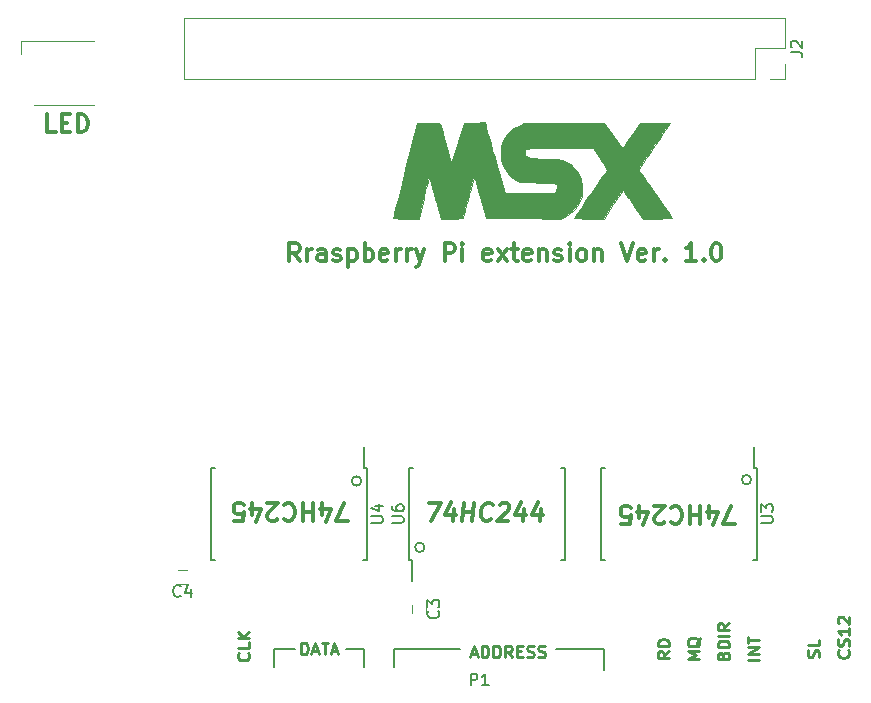
<source format=gbr>
G04 #@! TF.FileFunction,Legend,Top*
%FSLAX46Y46*%
G04 Gerber Fmt 4.6, Leading zero omitted, Abs format (unit mm)*
G04 Created by KiCad (PCBNEW 4.0.7) date 03/28/18 23:50:47*
%MOMM*%
%LPD*%
G01*
G04 APERTURE LIST*
%ADD10C,0.100000*%
%ADD11C,0.200000*%
%ADD12C,0.300000*%
%ADD13C,0.375000*%
%ADD14C,0.250000*%
%ADD15C,0.120000*%
%ADD16C,0.010000*%
%ADD17C,0.150000*%
G04 APERTURE END LIST*
D10*
D11*
X152446009Y-95783400D02*
G75*
G03X152446009Y-95783400I-401609J0D01*
G01*
D12*
X121209715Y-60622571D02*
X120495429Y-60622571D01*
X120495429Y-59122571D01*
X121709715Y-59836857D02*
X122209715Y-59836857D01*
X122424001Y-60622571D02*
X121709715Y-60622571D01*
X121709715Y-59122571D01*
X122424001Y-59122571D01*
X123066858Y-60622571D02*
X123066858Y-59122571D01*
X123424001Y-59122571D01*
X123638286Y-59194000D01*
X123781144Y-59336857D01*
X123852572Y-59479714D01*
X123924001Y-59765429D01*
X123924001Y-59979714D01*
X123852572Y-60265429D01*
X123781144Y-60408286D01*
X123638286Y-60551143D01*
X123424001Y-60622571D01*
X123066858Y-60622571D01*
D13*
X152816823Y-92040971D02*
X153816823Y-92040971D01*
X152986466Y-93540971D01*
X154968608Y-92540971D02*
X154843608Y-93540971D01*
X154682893Y-91969543D02*
X154191822Y-93040971D01*
X155120394Y-93040971D01*
X155629322Y-93540971D02*
X155816822Y-92040971D01*
X155727536Y-92755257D02*
X156584679Y-92755257D01*
X156486465Y-93540971D02*
X156673965Y-92040971D01*
X158075751Y-93398114D02*
X157995393Y-93469543D01*
X157772179Y-93540971D01*
X157629322Y-93540971D01*
X157423965Y-93469543D01*
X157298964Y-93326686D01*
X157245393Y-93183829D01*
X157209679Y-92898114D01*
X157236464Y-92683829D01*
X157343608Y-92398114D01*
X157432893Y-92255257D01*
X157593608Y-92112400D01*
X157816822Y-92040971D01*
X157959679Y-92040971D01*
X158165036Y-92112400D01*
X158227536Y-92183829D01*
X158798964Y-92183829D02*
X158879322Y-92112400D01*
X159031108Y-92040971D01*
X159388251Y-92040971D01*
X159522179Y-92112400D01*
X159584679Y-92183829D01*
X159638250Y-92326686D01*
X159620393Y-92469543D01*
X159522179Y-92683829D01*
X158557894Y-93540971D01*
X159486465Y-93540971D01*
X160897179Y-92540971D02*
X160772179Y-93540971D01*
X160611464Y-91969543D02*
X160120393Y-93040971D01*
X161048965Y-93040971D01*
X162325750Y-92540971D02*
X162200750Y-93540971D01*
X162040035Y-91969543D02*
X161548964Y-93040971D01*
X162477536Y-93040971D01*
D11*
X147086609Y-90170000D02*
G75*
G03X147086609Y-90170000I-401609J0D01*
G01*
D12*
X145989856Y-93531429D02*
X144989856Y-93531429D01*
X145632713Y-92031429D01*
X143775571Y-93031429D02*
X143775571Y-92031429D01*
X144132714Y-93602857D02*
X144489857Y-92531429D01*
X143561285Y-92531429D01*
X142989857Y-92031429D02*
X142989857Y-93531429D01*
X142989857Y-92817143D02*
X142132714Y-92817143D01*
X142132714Y-92031429D02*
X142132714Y-93531429D01*
X140561285Y-92174286D02*
X140632714Y-92102857D01*
X140847000Y-92031429D01*
X140989857Y-92031429D01*
X141204142Y-92102857D01*
X141347000Y-92245714D01*
X141418428Y-92388571D01*
X141489857Y-92674286D01*
X141489857Y-92888571D01*
X141418428Y-93174286D01*
X141347000Y-93317143D01*
X141204142Y-93460000D01*
X140989857Y-93531429D01*
X140847000Y-93531429D01*
X140632714Y-93460000D01*
X140561285Y-93388571D01*
X139989857Y-93388571D02*
X139918428Y-93460000D01*
X139775571Y-93531429D01*
X139418428Y-93531429D01*
X139275571Y-93460000D01*
X139204142Y-93388571D01*
X139132714Y-93245714D01*
X139132714Y-93102857D01*
X139204142Y-92888571D01*
X140061285Y-92031429D01*
X139132714Y-92031429D01*
X137847000Y-93031429D02*
X137847000Y-92031429D01*
X138204143Y-93602857D02*
X138561286Y-92531429D01*
X137632714Y-92531429D01*
X136347000Y-93531429D02*
X137061286Y-93531429D01*
X137132715Y-92817143D01*
X137061286Y-92888571D01*
X136918429Y-92960000D01*
X136561286Y-92960000D01*
X136418429Y-92888571D01*
X136347000Y-92817143D01*
X136275572Y-92674286D01*
X136275572Y-92317143D01*
X136347000Y-92174286D01*
X136418429Y-92102857D01*
X136561286Y-92031429D01*
X136918429Y-92031429D01*
X137061286Y-92102857D01*
X137132715Y-92174286D01*
D11*
X180106609Y-90043000D02*
G75*
G03X180106609Y-90043000I-401609J0D01*
G01*
X167640000Y-104394000D02*
X163576000Y-104394000D01*
X167640000Y-106172000D02*
X167640000Y-104394000D01*
D12*
X178755856Y-93785429D02*
X177755856Y-93785429D01*
X178398713Y-92285429D01*
X176541571Y-93285429D02*
X176541571Y-92285429D01*
X176898714Y-93856857D02*
X177255857Y-92785429D01*
X176327285Y-92785429D01*
X175755857Y-92285429D02*
X175755857Y-93785429D01*
X175755857Y-93071143D02*
X174898714Y-93071143D01*
X174898714Y-92285429D02*
X174898714Y-93785429D01*
X173327285Y-92428286D02*
X173398714Y-92356857D01*
X173613000Y-92285429D01*
X173755857Y-92285429D01*
X173970142Y-92356857D01*
X174113000Y-92499714D01*
X174184428Y-92642571D01*
X174255857Y-92928286D01*
X174255857Y-93142571D01*
X174184428Y-93428286D01*
X174113000Y-93571143D01*
X173970142Y-93714000D01*
X173755857Y-93785429D01*
X173613000Y-93785429D01*
X173398714Y-93714000D01*
X173327285Y-93642571D01*
X172755857Y-93642571D02*
X172684428Y-93714000D01*
X172541571Y-93785429D01*
X172184428Y-93785429D01*
X172041571Y-93714000D01*
X171970142Y-93642571D01*
X171898714Y-93499714D01*
X171898714Y-93356857D01*
X171970142Y-93142571D01*
X172827285Y-92285429D01*
X171898714Y-92285429D01*
X170613000Y-93285429D02*
X170613000Y-92285429D01*
X170970143Y-93856857D02*
X171327286Y-92785429D01*
X170398714Y-92785429D01*
X169113000Y-93785429D02*
X169827286Y-93785429D01*
X169898715Y-93071143D01*
X169827286Y-93142571D01*
X169684429Y-93214000D01*
X169327286Y-93214000D01*
X169184429Y-93142571D01*
X169113000Y-93071143D01*
X169041572Y-92928286D01*
X169041572Y-92571143D01*
X169113000Y-92428286D01*
X169184429Y-92356857D01*
X169327286Y-92285429D01*
X169684429Y-92285429D01*
X169827286Y-92356857D01*
X169898715Y-92428286D01*
D14*
X137517143Y-104735238D02*
X137564762Y-104782857D01*
X137612381Y-104925714D01*
X137612381Y-105020952D01*
X137564762Y-105163810D01*
X137469524Y-105259048D01*
X137374286Y-105306667D01*
X137183810Y-105354286D01*
X137040952Y-105354286D01*
X136850476Y-105306667D01*
X136755238Y-105259048D01*
X136660000Y-105163810D01*
X136612381Y-105020952D01*
X136612381Y-104925714D01*
X136660000Y-104782857D01*
X136707619Y-104735238D01*
X137612381Y-103830476D02*
X137612381Y-104306667D01*
X136612381Y-104306667D01*
X137612381Y-103497143D02*
X136612381Y-103497143D01*
X137612381Y-102925714D02*
X137040952Y-103354286D01*
X136612381Y-102925714D02*
X137183810Y-103497143D01*
X188317143Y-104497047D02*
X188364762Y-104544666D01*
X188412381Y-104687523D01*
X188412381Y-104782761D01*
X188364762Y-104925619D01*
X188269524Y-105020857D01*
X188174286Y-105068476D01*
X187983810Y-105116095D01*
X187840952Y-105116095D01*
X187650476Y-105068476D01*
X187555238Y-105020857D01*
X187460000Y-104925619D01*
X187412381Y-104782761D01*
X187412381Y-104687523D01*
X187460000Y-104544666D01*
X187507619Y-104497047D01*
X188364762Y-104116095D02*
X188412381Y-103973238D01*
X188412381Y-103735142D01*
X188364762Y-103639904D01*
X188317143Y-103592285D01*
X188221905Y-103544666D01*
X188126667Y-103544666D01*
X188031429Y-103592285D01*
X187983810Y-103639904D01*
X187936190Y-103735142D01*
X187888571Y-103925619D01*
X187840952Y-104020857D01*
X187793333Y-104068476D01*
X187698095Y-104116095D01*
X187602857Y-104116095D01*
X187507619Y-104068476D01*
X187460000Y-104020857D01*
X187412381Y-103925619D01*
X187412381Y-103687523D01*
X187460000Y-103544666D01*
X188412381Y-102592285D02*
X188412381Y-103163714D01*
X188412381Y-102878000D02*
X187412381Y-102878000D01*
X187555238Y-102973238D01*
X187650476Y-103068476D01*
X187698095Y-103163714D01*
X187507619Y-102211333D02*
X187460000Y-102163714D01*
X187412381Y-102068476D01*
X187412381Y-101830380D01*
X187460000Y-101735142D01*
X187507619Y-101687523D01*
X187602857Y-101639904D01*
X187698095Y-101639904D01*
X187840952Y-101687523D01*
X188412381Y-102258952D01*
X188412381Y-101639904D01*
D11*
X166878000Y-104394000D02*
X163576000Y-104394000D01*
X152146000Y-104394000D02*
X155448000Y-104394000D01*
D14*
X142010000Y-104846381D02*
X142010000Y-103846381D01*
X142248095Y-103846381D01*
X142390953Y-103894000D01*
X142486191Y-103989238D01*
X142533810Y-104084476D01*
X142581429Y-104274952D01*
X142581429Y-104417810D01*
X142533810Y-104608286D01*
X142486191Y-104703524D01*
X142390953Y-104798762D01*
X142248095Y-104846381D01*
X142010000Y-104846381D01*
X142962381Y-104560667D02*
X143438572Y-104560667D01*
X142867143Y-104846381D02*
X143200476Y-103846381D01*
X143533810Y-104846381D01*
X143724286Y-103846381D02*
X144295715Y-103846381D01*
X144010000Y-104846381D02*
X144010000Y-103846381D01*
X144581429Y-104560667D02*
X145057620Y-104560667D01*
X144486191Y-104846381D02*
X144819524Y-103846381D01*
X145152858Y-104846381D01*
D11*
X139700000Y-104394000D02*
X141478000Y-104394000D01*
X139700000Y-105918000D02*
X139700000Y-104394000D01*
X147320000Y-104394000D02*
X145796000Y-104394000D01*
X147320000Y-105918000D02*
X147320000Y-104394000D01*
X149860000Y-104394000D02*
X152146000Y-104394000D01*
X149860000Y-105918000D02*
X149860000Y-104394000D01*
D14*
X156369143Y-104814667D02*
X156845334Y-104814667D01*
X156273905Y-105100381D02*
X156607238Y-104100381D01*
X156940572Y-105100381D01*
X157273905Y-105100381D02*
X157273905Y-104100381D01*
X157512000Y-104100381D01*
X157654858Y-104148000D01*
X157750096Y-104243238D01*
X157797715Y-104338476D01*
X157845334Y-104528952D01*
X157845334Y-104671810D01*
X157797715Y-104862286D01*
X157750096Y-104957524D01*
X157654858Y-105052762D01*
X157512000Y-105100381D01*
X157273905Y-105100381D01*
X158273905Y-105100381D02*
X158273905Y-104100381D01*
X158512000Y-104100381D01*
X158654858Y-104148000D01*
X158750096Y-104243238D01*
X158797715Y-104338476D01*
X158845334Y-104528952D01*
X158845334Y-104671810D01*
X158797715Y-104862286D01*
X158750096Y-104957524D01*
X158654858Y-105052762D01*
X158512000Y-105100381D01*
X158273905Y-105100381D01*
X159845334Y-105100381D02*
X159512000Y-104624190D01*
X159273905Y-105100381D02*
X159273905Y-104100381D01*
X159654858Y-104100381D01*
X159750096Y-104148000D01*
X159797715Y-104195619D01*
X159845334Y-104290857D01*
X159845334Y-104433714D01*
X159797715Y-104528952D01*
X159750096Y-104576571D01*
X159654858Y-104624190D01*
X159273905Y-104624190D01*
X160273905Y-104576571D02*
X160607239Y-104576571D01*
X160750096Y-105100381D02*
X160273905Y-105100381D01*
X160273905Y-104100381D01*
X160750096Y-104100381D01*
X161131048Y-105052762D02*
X161273905Y-105100381D01*
X161512001Y-105100381D01*
X161607239Y-105052762D01*
X161654858Y-105005143D01*
X161702477Y-104909905D01*
X161702477Y-104814667D01*
X161654858Y-104719429D01*
X161607239Y-104671810D01*
X161512001Y-104624190D01*
X161321524Y-104576571D01*
X161226286Y-104528952D01*
X161178667Y-104481333D01*
X161131048Y-104386095D01*
X161131048Y-104290857D01*
X161178667Y-104195619D01*
X161226286Y-104148000D01*
X161321524Y-104100381D01*
X161559620Y-104100381D01*
X161702477Y-104148000D01*
X162083429Y-105052762D02*
X162226286Y-105100381D01*
X162464382Y-105100381D01*
X162559620Y-105052762D01*
X162607239Y-105005143D01*
X162654858Y-104909905D01*
X162654858Y-104814667D01*
X162607239Y-104719429D01*
X162559620Y-104671810D01*
X162464382Y-104624190D01*
X162273905Y-104576571D01*
X162178667Y-104528952D01*
X162131048Y-104481333D01*
X162083429Y-104386095D01*
X162083429Y-104290857D01*
X162131048Y-104195619D01*
X162178667Y-104148000D01*
X162273905Y-104100381D01*
X162512001Y-104100381D01*
X162654858Y-104148000D01*
X180792381Y-105298762D02*
X179792381Y-105298762D01*
X180792381Y-104822572D02*
X179792381Y-104822572D01*
X180792381Y-104251143D01*
X179792381Y-104251143D01*
X179792381Y-103917810D02*
X179792381Y-103346381D01*
X180792381Y-103632096D02*
X179792381Y-103632096D01*
X175712381Y-105251143D02*
X174712381Y-105251143D01*
X175426667Y-104917809D01*
X174712381Y-104584476D01*
X175712381Y-104584476D01*
X175807619Y-103441619D02*
X175760000Y-103536857D01*
X175664762Y-103632095D01*
X175521905Y-103774952D01*
X175474286Y-103870191D01*
X175474286Y-103965429D01*
X175712381Y-103917810D02*
X175664762Y-104013048D01*
X175569524Y-104108286D01*
X175379048Y-104155905D01*
X175045714Y-104155905D01*
X174855238Y-104108286D01*
X174760000Y-104013048D01*
X174712381Y-103917810D01*
X174712381Y-103727333D01*
X174760000Y-103632095D01*
X174855238Y-103536857D01*
X175045714Y-103489238D01*
X175379048Y-103489238D01*
X175569524Y-103536857D01*
X175664762Y-103632095D01*
X175712381Y-103727333D01*
X175712381Y-103917810D01*
X173172381Y-104584476D02*
X172696190Y-104917810D01*
X173172381Y-105155905D02*
X172172381Y-105155905D01*
X172172381Y-104774952D01*
X172220000Y-104679714D01*
X172267619Y-104632095D01*
X172362857Y-104584476D01*
X172505714Y-104584476D01*
X172600952Y-104632095D01*
X172648571Y-104679714D01*
X172696190Y-104774952D01*
X172696190Y-105155905D01*
X173172381Y-104155905D02*
X172172381Y-104155905D01*
X172172381Y-103917810D01*
X172220000Y-103774952D01*
X172315238Y-103679714D01*
X172410476Y-103632095D01*
X172600952Y-103584476D01*
X172743810Y-103584476D01*
X172934286Y-103632095D01*
X173029524Y-103679714D01*
X173124762Y-103774952D01*
X173172381Y-103917810D01*
X173172381Y-104155905D01*
X185824762Y-105084476D02*
X185872381Y-104941619D01*
X185872381Y-104703523D01*
X185824762Y-104608285D01*
X185777143Y-104560666D01*
X185681905Y-104513047D01*
X185586667Y-104513047D01*
X185491429Y-104560666D01*
X185443810Y-104608285D01*
X185396190Y-104703523D01*
X185348571Y-104894000D01*
X185300952Y-104989238D01*
X185253333Y-105036857D01*
X185158095Y-105084476D01*
X185062857Y-105084476D01*
X184967619Y-105036857D01*
X184920000Y-104989238D01*
X184872381Y-104894000D01*
X184872381Y-104655904D01*
X184920000Y-104513047D01*
X185872381Y-103608285D02*
X185872381Y-104084476D01*
X184872381Y-104084476D01*
X177728571Y-104925666D02*
X177776190Y-104782809D01*
X177823810Y-104735190D01*
X177919048Y-104687571D01*
X178061905Y-104687571D01*
X178157143Y-104735190D01*
X178204762Y-104782809D01*
X178252381Y-104878047D01*
X178252381Y-105259000D01*
X177252381Y-105259000D01*
X177252381Y-104925666D01*
X177300000Y-104830428D01*
X177347619Y-104782809D01*
X177442857Y-104735190D01*
X177538095Y-104735190D01*
X177633333Y-104782809D01*
X177680952Y-104830428D01*
X177728571Y-104925666D01*
X177728571Y-105259000D01*
X178252381Y-104259000D02*
X177252381Y-104259000D01*
X177252381Y-104020905D01*
X177300000Y-103878047D01*
X177395238Y-103782809D01*
X177490476Y-103735190D01*
X177680952Y-103687571D01*
X177823810Y-103687571D01*
X178014286Y-103735190D01*
X178109524Y-103782809D01*
X178204762Y-103878047D01*
X178252381Y-104020905D01*
X178252381Y-104259000D01*
X178252381Y-103259000D02*
X177252381Y-103259000D01*
X178252381Y-102211381D02*
X177776190Y-102544715D01*
X178252381Y-102782810D02*
X177252381Y-102782810D01*
X177252381Y-102401857D01*
X177300000Y-102306619D01*
X177347619Y-102259000D01*
X177442857Y-102211381D01*
X177585714Y-102211381D01*
X177680952Y-102259000D01*
X177728571Y-102306619D01*
X177776190Y-102401857D01*
X177776190Y-102782810D01*
D12*
X141865144Y-71544571D02*
X141365144Y-70830286D01*
X141008001Y-71544571D02*
X141008001Y-70044571D01*
X141579429Y-70044571D01*
X141722287Y-70116000D01*
X141793715Y-70187429D01*
X141865144Y-70330286D01*
X141865144Y-70544571D01*
X141793715Y-70687429D01*
X141722287Y-70758857D01*
X141579429Y-70830286D01*
X141008001Y-70830286D01*
X142508001Y-71544571D02*
X142508001Y-70544571D01*
X142508001Y-70830286D02*
X142579429Y-70687429D01*
X142650858Y-70616000D01*
X142793715Y-70544571D01*
X142936572Y-70544571D01*
X144079429Y-71544571D02*
X144079429Y-70758857D01*
X144008000Y-70616000D01*
X143865143Y-70544571D01*
X143579429Y-70544571D01*
X143436572Y-70616000D01*
X144079429Y-71473143D02*
X143936572Y-71544571D01*
X143579429Y-71544571D01*
X143436572Y-71473143D01*
X143365143Y-71330286D01*
X143365143Y-71187429D01*
X143436572Y-71044571D01*
X143579429Y-70973143D01*
X143936572Y-70973143D01*
X144079429Y-70901714D01*
X144722286Y-71473143D02*
X144865143Y-71544571D01*
X145150858Y-71544571D01*
X145293715Y-71473143D01*
X145365143Y-71330286D01*
X145365143Y-71258857D01*
X145293715Y-71116000D01*
X145150858Y-71044571D01*
X144936572Y-71044571D01*
X144793715Y-70973143D01*
X144722286Y-70830286D01*
X144722286Y-70758857D01*
X144793715Y-70616000D01*
X144936572Y-70544571D01*
X145150858Y-70544571D01*
X145293715Y-70616000D01*
X146008001Y-70544571D02*
X146008001Y-72044571D01*
X146008001Y-70616000D02*
X146150858Y-70544571D01*
X146436572Y-70544571D01*
X146579429Y-70616000D01*
X146650858Y-70687429D01*
X146722287Y-70830286D01*
X146722287Y-71258857D01*
X146650858Y-71401714D01*
X146579429Y-71473143D01*
X146436572Y-71544571D01*
X146150858Y-71544571D01*
X146008001Y-71473143D01*
X147365144Y-71544571D02*
X147365144Y-70044571D01*
X147365144Y-70616000D02*
X147508001Y-70544571D01*
X147793715Y-70544571D01*
X147936572Y-70616000D01*
X148008001Y-70687429D01*
X148079430Y-70830286D01*
X148079430Y-71258857D01*
X148008001Y-71401714D01*
X147936572Y-71473143D01*
X147793715Y-71544571D01*
X147508001Y-71544571D01*
X147365144Y-71473143D01*
X149293715Y-71473143D02*
X149150858Y-71544571D01*
X148865144Y-71544571D01*
X148722287Y-71473143D01*
X148650858Y-71330286D01*
X148650858Y-70758857D01*
X148722287Y-70616000D01*
X148865144Y-70544571D01*
X149150858Y-70544571D01*
X149293715Y-70616000D01*
X149365144Y-70758857D01*
X149365144Y-70901714D01*
X148650858Y-71044571D01*
X150008001Y-71544571D02*
X150008001Y-70544571D01*
X150008001Y-70830286D02*
X150079429Y-70687429D01*
X150150858Y-70616000D01*
X150293715Y-70544571D01*
X150436572Y-70544571D01*
X150936572Y-71544571D02*
X150936572Y-70544571D01*
X150936572Y-70830286D02*
X151008000Y-70687429D01*
X151079429Y-70616000D01*
X151222286Y-70544571D01*
X151365143Y-70544571D01*
X151722286Y-70544571D02*
X152079429Y-71544571D01*
X152436571Y-70544571D02*
X152079429Y-71544571D01*
X151936571Y-71901714D01*
X151865143Y-71973143D01*
X151722286Y-72044571D01*
X154150857Y-71544571D02*
X154150857Y-70044571D01*
X154722285Y-70044571D01*
X154865143Y-70116000D01*
X154936571Y-70187429D01*
X155008000Y-70330286D01*
X155008000Y-70544571D01*
X154936571Y-70687429D01*
X154865143Y-70758857D01*
X154722285Y-70830286D01*
X154150857Y-70830286D01*
X155650857Y-71544571D02*
X155650857Y-70544571D01*
X155650857Y-70044571D02*
X155579428Y-70116000D01*
X155650857Y-70187429D01*
X155722285Y-70116000D01*
X155650857Y-70044571D01*
X155650857Y-70187429D01*
X158079428Y-71473143D02*
X157936571Y-71544571D01*
X157650857Y-71544571D01*
X157508000Y-71473143D01*
X157436571Y-71330286D01*
X157436571Y-70758857D01*
X157508000Y-70616000D01*
X157650857Y-70544571D01*
X157936571Y-70544571D01*
X158079428Y-70616000D01*
X158150857Y-70758857D01*
X158150857Y-70901714D01*
X157436571Y-71044571D01*
X158650857Y-71544571D02*
X159436571Y-70544571D01*
X158650857Y-70544571D02*
X159436571Y-71544571D01*
X159793714Y-70544571D02*
X160365143Y-70544571D01*
X160008000Y-70044571D02*
X160008000Y-71330286D01*
X160079428Y-71473143D01*
X160222286Y-71544571D01*
X160365143Y-71544571D01*
X161436571Y-71473143D02*
X161293714Y-71544571D01*
X161008000Y-71544571D01*
X160865143Y-71473143D01*
X160793714Y-71330286D01*
X160793714Y-70758857D01*
X160865143Y-70616000D01*
X161008000Y-70544571D01*
X161293714Y-70544571D01*
X161436571Y-70616000D01*
X161508000Y-70758857D01*
X161508000Y-70901714D01*
X160793714Y-71044571D01*
X162150857Y-70544571D02*
X162150857Y-71544571D01*
X162150857Y-70687429D02*
X162222285Y-70616000D01*
X162365143Y-70544571D01*
X162579428Y-70544571D01*
X162722285Y-70616000D01*
X162793714Y-70758857D01*
X162793714Y-71544571D01*
X163436571Y-71473143D02*
X163579428Y-71544571D01*
X163865143Y-71544571D01*
X164008000Y-71473143D01*
X164079428Y-71330286D01*
X164079428Y-71258857D01*
X164008000Y-71116000D01*
X163865143Y-71044571D01*
X163650857Y-71044571D01*
X163508000Y-70973143D01*
X163436571Y-70830286D01*
X163436571Y-70758857D01*
X163508000Y-70616000D01*
X163650857Y-70544571D01*
X163865143Y-70544571D01*
X164008000Y-70616000D01*
X164722286Y-71544571D02*
X164722286Y-70544571D01*
X164722286Y-70044571D02*
X164650857Y-70116000D01*
X164722286Y-70187429D01*
X164793714Y-70116000D01*
X164722286Y-70044571D01*
X164722286Y-70187429D01*
X165650858Y-71544571D02*
X165508000Y-71473143D01*
X165436572Y-71401714D01*
X165365143Y-71258857D01*
X165365143Y-70830286D01*
X165436572Y-70687429D01*
X165508000Y-70616000D01*
X165650858Y-70544571D01*
X165865143Y-70544571D01*
X166008000Y-70616000D01*
X166079429Y-70687429D01*
X166150858Y-70830286D01*
X166150858Y-71258857D01*
X166079429Y-71401714D01*
X166008000Y-71473143D01*
X165865143Y-71544571D01*
X165650858Y-71544571D01*
X166793715Y-70544571D02*
X166793715Y-71544571D01*
X166793715Y-70687429D02*
X166865143Y-70616000D01*
X167008001Y-70544571D01*
X167222286Y-70544571D01*
X167365143Y-70616000D01*
X167436572Y-70758857D01*
X167436572Y-71544571D01*
X169079429Y-70044571D02*
X169579429Y-71544571D01*
X170079429Y-70044571D01*
X171150857Y-71473143D02*
X171008000Y-71544571D01*
X170722286Y-71544571D01*
X170579429Y-71473143D01*
X170508000Y-71330286D01*
X170508000Y-70758857D01*
X170579429Y-70616000D01*
X170722286Y-70544571D01*
X171008000Y-70544571D01*
X171150857Y-70616000D01*
X171222286Y-70758857D01*
X171222286Y-70901714D01*
X170508000Y-71044571D01*
X171865143Y-71544571D02*
X171865143Y-70544571D01*
X171865143Y-70830286D02*
X171936571Y-70687429D01*
X172008000Y-70616000D01*
X172150857Y-70544571D01*
X172293714Y-70544571D01*
X172793714Y-71401714D02*
X172865142Y-71473143D01*
X172793714Y-71544571D01*
X172722285Y-71473143D01*
X172793714Y-71401714D01*
X172793714Y-71544571D01*
X175436571Y-71544571D02*
X174579428Y-71544571D01*
X175008000Y-71544571D02*
X175008000Y-70044571D01*
X174865143Y-70258857D01*
X174722285Y-70401714D01*
X174579428Y-70473143D01*
X176079428Y-71401714D02*
X176150856Y-71473143D01*
X176079428Y-71544571D01*
X176007999Y-71473143D01*
X176079428Y-71401714D01*
X176079428Y-71544571D01*
X177079428Y-70044571D02*
X177222285Y-70044571D01*
X177365142Y-70116000D01*
X177436571Y-70187429D01*
X177508000Y-70330286D01*
X177579428Y-70616000D01*
X177579428Y-70973143D01*
X177508000Y-71258857D01*
X177436571Y-71401714D01*
X177365142Y-71473143D01*
X177222285Y-71544571D01*
X177079428Y-71544571D01*
X176936571Y-71473143D01*
X176865142Y-71401714D01*
X176793714Y-71258857D01*
X176722285Y-70973143D01*
X176722285Y-70616000D01*
X176793714Y-70330286D01*
X176865142Y-70187429D01*
X176936571Y-70116000D01*
X177079428Y-70044571D01*
D15*
X180391000Y-56143200D02*
X132071000Y-56143200D01*
X132071000Y-56143200D02*
X132071000Y-50943200D01*
X132071000Y-50943200D02*
X182991000Y-50943200D01*
X182991000Y-50943200D02*
X182991000Y-53543200D01*
X182991000Y-53543200D02*
X180391000Y-53543200D01*
X180391000Y-53543200D02*
X180391000Y-56143200D01*
X181661000Y-56143200D02*
X182991000Y-56143200D01*
X182991000Y-56143200D02*
X182991000Y-54873200D01*
D16*
G36*
X157644826Y-60131676D02*
X157688920Y-60290070D01*
X157772649Y-60589213D01*
X157889769Y-61006856D01*
X158034033Y-61520750D01*
X158199198Y-62108645D01*
X158379018Y-62748290D01*
X158483284Y-63119000D01*
X159233536Y-65786000D01*
X161280510Y-65808678D01*
X162015141Y-65812851D01*
X162612303Y-65807793D01*
X163063934Y-65793745D01*
X163361973Y-65770949D01*
X163494075Y-65742199D01*
X163613021Y-65595199D01*
X163662502Y-65367061D01*
X163635865Y-65133899D01*
X163559067Y-64998600D01*
X163440559Y-64953988D01*
X163181726Y-64922562D01*
X162773326Y-64903656D01*
X162206116Y-64896606D01*
X162140900Y-64896527D01*
X161658553Y-64890759D01*
X161211780Y-64875195D01*
X160839253Y-64851922D01*
X160579642Y-64823025D01*
X160508972Y-64808471D01*
X160031207Y-64590303D01*
X159603707Y-64223320D01*
X159245997Y-63725227D01*
X159180866Y-63604243D01*
X159021536Y-63266882D01*
X158933456Y-62990070D01*
X158896452Y-62691824D01*
X158890126Y-62422664D01*
X158957521Y-61763756D01*
X159166324Y-61194785D01*
X159519796Y-60710802D01*
X160021198Y-60306863D01*
X160433173Y-60082443D01*
X160909000Y-59859333D01*
X164295667Y-59837027D01*
X167682334Y-59814722D01*
X168444334Y-60877296D01*
X169206334Y-61939869D01*
X169391513Y-61709216D01*
X169513790Y-61547747D01*
X169704781Y-61284982D01*
X169937064Y-60959019D01*
X170153513Y-60650633D01*
X170730334Y-59822703D01*
X171979167Y-59819851D01*
X172417192Y-59821788D01*
X172788077Y-59829027D01*
X173062310Y-59840549D01*
X173210380Y-59855334D01*
X173228000Y-59862993D01*
X173180861Y-59941304D01*
X173047816Y-60139284D01*
X172841425Y-60438841D01*
X172574247Y-60821882D01*
X172258843Y-61270315D01*
X171907771Y-61766046D01*
X171872042Y-61816320D01*
X171493838Y-62354731D01*
X171167284Y-62832385D01*
X170902378Y-63233812D01*
X170709121Y-63543540D01*
X170597511Y-63746097D01*
X170574823Y-63823494D01*
X170637303Y-63916317D01*
X170784535Y-64128804D01*
X171003504Y-64442361D01*
X171281193Y-64838398D01*
X171604584Y-65298321D01*
X171960660Y-65803539D01*
X172015448Y-65881176D01*
X172372100Y-66388277D01*
X172694605Y-66850285D01*
X172970602Y-67249213D01*
X173187731Y-67567075D01*
X173333631Y-67785884D01*
X173395943Y-67887655D01*
X173397334Y-67892009D01*
X173317647Y-67910798D01*
X173098491Y-67926655D01*
X172769722Y-67938286D01*
X172361197Y-67944393D01*
X172177099Y-67945000D01*
X170956864Y-67944999D01*
X170552537Y-67373500D01*
X170298915Y-67017931D01*
X170003341Y-66607843D01*
X169724638Y-66224802D01*
X169692343Y-66180742D01*
X169236475Y-65559485D01*
X168422693Y-66752242D01*
X167608910Y-67945000D01*
X166354455Y-67945000D01*
X165915377Y-67942115D01*
X165543373Y-67934171D01*
X165267892Y-67922232D01*
X165118380Y-67907364D01*
X165100000Y-67899626D01*
X165146608Y-67821149D01*
X165278204Y-67622184D01*
X165482442Y-67320812D01*
X165746978Y-66935109D01*
X166059470Y-66483156D01*
X166407572Y-65983031D01*
X166455756Y-65914047D01*
X166810658Y-65404269D01*
X167134170Y-64935986D01*
X167413366Y-64528195D01*
X167635321Y-64199893D01*
X167787110Y-63970077D01*
X167855808Y-63857745D01*
X167857703Y-63853468D01*
X167829697Y-63740560D01*
X167718814Y-63519493D01*
X167541297Y-63219400D01*
X167313392Y-62869410D01*
X167288860Y-62833381D01*
X166673826Y-61933666D01*
X163945627Y-61933666D01*
X163155373Y-61934271D01*
X162518018Y-61937764D01*
X162017126Y-61946662D01*
X161636264Y-61963482D01*
X161358997Y-61990742D01*
X161168890Y-62030957D01*
X161049508Y-62086645D01*
X160984418Y-62160324D01*
X160957185Y-62254510D01*
X160951373Y-62371721D01*
X160951333Y-62392258D01*
X160969667Y-62559616D01*
X161039112Y-62682834D01*
X161181333Y-62768398D01*
X161417993Y-62822794D01*
X161770759Y-62852508D01*
X162261293Y-62864025D01*
X162530418Y-62864999D01*
X163159503Y-62873383D01*
X163651731Y-62903794D01*
X164038988Y-62964121D01*
X164353161Y-63062255D01*
X164626134Y-63206084D01*
X164889793Y-63403498D01*
X164963550Y-63467036D01*
X165396758Y-63952396D01*
X165678164Y-64512548D01*
X165808137Y-65148330D01*
X165817915Y-65405000D01*
X165739152Y-66073126D01*
X165512710Y-66669073D01*
X165147575Y-67178189D01*
X164652731Y-67585825D01*
X164390924Y-67731860D01*
X163950996Y-67947097D01*
X160782980Y-67924882D01*
X157614963Y-67902666D01*
X157148775Y-66149429D01*
X157010458Y-65635692D01*
X156885620Y-65184229D01*
X156780939Y-64818199D01*
X156703094Y-64560764D01*
X156658762Y-64435083D01*
X156652040Y-64426737D01*
X156624839Y-64510428D01*
X156562011Y-64728538D01*
X156471491Y-65051853D01*
X156361213Y-65451161D01*
X156239112Y-65897246D01*
X156113123Y-66360895D01*
X155991182Y-66812893D01*
X155881222Y-67224026D01*
X155791179Y-67565080D01*
X155728987Y-67806841D01*
X155702582Y-67920094D01*
X155702192Y-67923833D01*
X155623154Y-67932356D01*
X155409044Y-67939238D01*
X155094123Y-67943698D01*
X154774667Y-67945000D01*
X153847334Y-67945000D01*
X153689372Y-67415833D01*
X153607965Y-67136248D01*
X153495603Y-66741015D01*
X153365744Y-66277895D01*
X153231843Y-65794646D01*
X153200377Y-65680166D01*
X153081442Y-65257042D01*
X152975360Y-64898917D01*
X152890999Y-64634280D01*
X152837229Y-64491621D01*
X152825172Y-64474803D01*
X152793116Y-64553545D01*
X152728580Y-64773024D01*
X152637989Y-65109174D01*
X152527768Y-65537928D01*
X152404343Y-66035219D01*
X152361760Y-66210470D01*
X151942520Y-67945000D01*
X150849868Y-67945000D01*
X150382543Y-67941142D01*
X150064633Y-67928247D01*
X149876365Y-67904331D01*
X149797969Y-67867410D01*
X149795082Y-67839166D01*
X149822862Y-67738096D01*
X149887872Y-67489234D01*
X149985922Y-67108979D01*
X150112818Y-66613729D01*
X150264368Y-66019880D01*
X150436382Y-65343832D01*
X150624666Y-64601981D01*
X150825029Y-63810726D01*
X150834023Y-63775166D01*
X151835099Y-59817000D01*
X152789177Y-59817000D01*
X153208503Y-59819913D01*
X153488170Y-59831588D01*
X153657797Y-59856428D01*
X153747001Y-59898835D01*
X153785401Y-59963211D01*
X153785974Y-59965166D01*
X153821179Y-60090099D01*
X153893958Y-60350404D01*
X153996562Y-60718297D01*
X154121244Y-61165993D01*
X154260256Y-61665710D01*
X154273883Y-61714724D01*
X154411616Y-62196842D01*
X154536482Y-62608833D01*
X154641098Y-62928358D01*
X154718087Y-63133078D01*
X154760066Y-63200653D01*
X154763386Y-63196390D01*
X154799970Y-63081047D01*
X154875841Y-62830068D01*
X154982976Y-62470407D01*
X155113351Y-62029018D01*
X155258943Y-61532854D01*
X155277907Y-61468000D01*
X155748114Y-59859333D01*
X156652367Y-59835343D01*
X157556619Y-59811352D01*
X157644826Y-60131676D01*
X157644826Y-60131676D01*
G37*
X157644826Y-60131676D02*
X157688920Y-60290070D01*
X157772649Y-60589213D01*
X157889769Y-61006856D01*
X158034033Y-61520750D01*
X158199198Y-62108645D01*
X158379018Y-62748290D01*
X158483284Y-63119000D01*
X159233536Y-65786000D01*
X161280510Y-65808678D01*
X162015141Y-65812851D01*
X162612303Y-65807793D01*
X163063934Y-65793745D01*
X163361973Y-65770949D01*
X163494075Y-65742199D01*
X163613021Y-65595199D01*
X163662502Y-65367061D01*
X163635865Y-65133899D01*
X163559067Y-64998600D01*
X163440559Y-64953988D01*
X163181726Y-64922562D01*
X162773326Y-64903656D01*
X162206116Y-64896606D01*
X162140900Y-64896527D01*
X161658553Y-64890759D01*
X161211780Y-64875195D01*
X160839253Y-64851922D01*
X160579642Y-64823025D01*
X160508972Y-64808471D01*
X160031207Y-64590303D01*
X159603707Y-64223320D01*
X159245997Y-63725227D01*
X159180866Y-63604243D01*
X159021536Y-63266882D01*
X158933456Y-62990070D01*
X158896452Y-62691824D01*
X158890126Y-62422664D01*
X158957521Y-61763756D01*
X159166324Y-61194785D01*
X159519796Y-60710802D01*
X160021198Y-60306863D01*
X160433173Y-60082443D01*
X160909000Y-59859333D01*
X164295667Y-59837027D01*
X167682334Y-59814722D01*
X168444334Y-60877296D01*
X169206334Y-61939869D01*
X169391513Y-61709216D01*
X169513790Y-61547747D01*
X169704781Y-61284982D01*
X169937064Y-60959019D01*
X170153513Y-60650633D01*
X170730334Y-59822703D01*
X171979167Y-59819851D01*
X172417192Y-59821788D01*
X172788077Y-59829027D01*
X173062310Y-59840549D01*
X173210380Y-59855334D01*
X173228000Y-59862993D01*
X173180861Y-59941304D01*
X173047816Y-60139284D01*
X172841425Y-60438841D01*
X172574247Y-60821882D01*
X172258843Y-61270315D01*
X171907771Y-61766046D01*
X171872042Y-61816320D01*
X171493838Y-62354731D01*
X171167284Y-62832385D01*
X170902378Y-63233812D01*
X170709121Y-63543540D01*
X170597511Y-63746097D01*
X170574823Y-63823494D01*
X170637303Y-63916317D01*
X170784535Y-64128804D01*
X171003504Y-64442361D01*
X171281193Y-64838398D01*
X171604584Y-65298321D01*
X171960660Y-65803539D01*
X172015448Y-65881176D01*
X172372100Y-66388277D01*
X172694605Y-66850285D01*
X172970602Y-67249213D01*
X173187731Y-67567075D01*
X173333631Y-67785884D01*
X173395943Y-67887655D01*
X173397334Y-67892009D01*
X173317647Y-67910798D01*
X173098491Y-67926655D01*
X172769722Y-67938286D01*
X172361197Y-67944393D01*
X172177099Y-67945000D01*
X170956864Y-67944999D01*
X170552537Y-67373500D01*
X170298915Y-67017931D01*
X170003341Y-66607843D01*
X169724638Y-66224802D01*
X169692343Y-66180742D01*
X169236475Y-65559485D01*
X168422693Y-66752242D01*
X167608910Y-67945000D01*
X166354455Y-67945000D01*
X165915377Y-67942115D01*
X165543373Y-67934171D01*
X165267892Y-67922232D01*
X165118380Y-67907364D01*
X165100000Y-67899626D01*
X165146608Y-67821149D01*
X165278204Y-67622184D01*
X165482442Y-67320812D01*
X165746978Y-66935109D01*
X166059470Y-66483156D01*
X166407572Y-65983031D01*
X166455756Y-65914047D01*
X166810658Y-65404269D01*
X167134170Y-64935986D01*
X167413366Y-64528195D01*
X167635321Y-64199893D01*
X167787110Y-63970077D01*
X167855808Y-63857745D01*
X167857703Y-63853468D01*
X167829697Y-63740560D01*
X167718814Y-63519493D01*
X167541297Y-63219400D01*
X167313392Y-62869410D01*
X167288860Y-62833381D01*
X166673826Y-61933666D01*
X163945627Y-61933666D01*
X163155373Y-61934271D01*
X162518018Y-61937764D01*
X162017126Y-61946662D01*
X161636264Y-61963482D01*
X161358997Y-61990742D01*
X161168890Y-62030957D01*
X161049508Y-62086645D01*
X160984418Y-62160324D01*
X160957185Y-62254510D01*
X160951373Y-62371721D01*
X160951333Y-62392258D01*
X160969667Y-62559616D01*
X161039112Y-62682834D01*
X161181333Y-62768398D01*
X161417993Y-62822794D01*
X161770759Y-62852508D01*
X162261293Y-62864025D01*
X162530418Y-62864999D01*
X163159503Y-62873383D01*
X163651731Y-62903794D01*
X164038988Y-62964121D01*
X164353161Y-63062255D01*
X164626134Y-63206084D01*
X164889793Y-63403498D01*
X164963550Y-63467036D01*
X165396758Y-63952396D01*
X165678164Y-64512548D01*
X165808137Y-65148330D01*
X165817915Y-65405000D01*
X165739152Y-66073126D01*
X165512710Y-66669073D01*
X165147575Y-67178189D01*
X164652731Y-67585825D01*
X164390924Y-67731860D01*
X163950996Y-67947097D01*
X160782980Y-67924882D01*
X157614963Y-67902666D01*
X157148775Y-66149429D01*
X157010458Y-65635692D01*
X156885620Y-65184229D01*
X156780939Y-64818199D01*
X156703094Y-64560764D01*
X156658762Y-64435083D01*
X156652040Y-64426737D01*
X156624839Y-64510428D01*
X156562011Y-64728538D01*
X156471491Y-65051853D01*
X156361213Y-65451161D01*
X156239112Y-65897246D01*
X156113123Y-66360895D01*
X155991182Y-66812893D01*
X155881222Y-67224026D01*
X155791179Y-67565080D01*
X155728987Y-67806841D01*
X155702582Y-67920094D01*
X155702192Y-67923833D01*
X155623154Y-67932356D01*
X155409044Y-67939238D01*
X155094123Y-67943698D01*
X154774667Y-67945000D01*
X153847334Y-67945000D01*
X153689372Y-67415833D01*
X153607965Y-67136248D01*
X153495603Y-66741015D01*
X153365744Y-66277895D01*
X153231843Y-65794646D01*
X153200377Y-65680166D01*
X153081442Y-65257042D01*
X152975360Y-64898917D01*
X152890999Y-64634280D01*
X152837229Y-64491621D01*
X152825172Y-64474803D01*
X152793116Y-64553545D01*
X152728580Y-64773024D01*
X152637989Y-65109174D01*
X152527768Y-65537928D01*
X152404343Y-66035219D01*
X152361760Y-66210470D01*
X151942520Y-67945000D01*
X150849868Y-67945000D01*
X150382543Y-67941142D01*
X150064633Y-67928247D01*
X149876365Y-67904331D01*
X149797969Y-67867410D01*
X149795082Y-67839166D01*
X149822862Y-67738096D01*
X149887872Y-67489234D01*
X149985922Y-67108979D01*
X150112818Y-66613729D01*
X150264368Y-66019880D01*
X150436382Y-65343832D01*
X150624666Y-64601981D01*
X150825029Y-63810726D01*
X150834023Y-63775166D01*
X151835099Y-59817000D01*
X152789177Y-59817000D01*
X153208503Y-59819913D01*
X153488170Y-59831588D01*
X153657797Y-59856428D01*
X153747001Y-59898835D01*
X153785401Y-59963211D01*
X153785974Y-59965166D01*
X153821179Y-60090099D01*
X153893958Y-60350404D01*
X153996562Y-60718297D01*
X154121244Y-61165993D01*
X154260256Y-61665710D01*
X154273883Y-61714724D01*
X154411616Y-62196842D01*
X154536482Y-62608833D01*
X154641098Y-62928358D01*
X154718087Y-63133078D01*
X154760066Y-63200653D01*
X154763386Y-63196390D01*
X154799970Y-63081047D01*
X154875841Y-62830068D01*
X154982976Y-62470407D01*
X155113351Y-62029018D01*
X155258943Y-61532854D01*
X155277907Y-61468000D01*
X155748114Y-59859333D01*
X156652367Y-59835343D01*
X157556619Y-59811352D01*
X157644826Y-60131676D01*
D17*
X180565000Y-89089000D02*
X180315000Y-89089000D01*
X180565000Y-96839000D02*
X180230000Y-96839000D01*
X167415000Y-96839000D02*
X167750000Y-96839000D01*
X167415000Y-89089000D02*
X167750000Y-89089000D01*
X180565000Y-89089000D02*
X180565000Y-96839000D01*
X167415000Y-89089000D02*
X167415000Y-96839000D01*
X180315000Y-89089000D02*
X180315000Y-87289000D01*
X147545000Y-89089000D02*
X147295000Y-89089000D01*
X147545000Y-96839000D02*
X147210000Y-96839000D01*
X134395000Y-96839000D02*
X134730000Y-96839000D01*
X134395000Y-89089000D02*
X134730000Y-89089000D01*
X147545000Y-89089000D02*
X147545000Y-96839000D01*
X134395000Y-89089000D02*
X134395000Y-96839000D01*
X147295000Y-89089000D02*
X147295000Y-87289000D01*
D15*
X152594000Y-100666000D02*
X152594000Y-101366000D01*
X151394000Y-101366000D02*
X151394000Y-100666000D01*
X132303000Y-98872600D02*
X131603000Y-98872600D01*
X131603000Y-97672600D02*
X132303000Y-97672600D01*
D17*
X151159000Y-96839000D02*
X151409000Y-96839000D01*
X151159000Y-89089000D02*
X151494000Y-89089000D01*
X164309000Y-89089000D02*
X163974000Y-89089000D01*
X164309000Y-96839000D02*
X163974000Y-96839000D01*
X151159000Y-96839000D02*
X151159000Y-89089000D01*
X164309000Y-96839000D02*
X164309000Y-89089000D01*
X151409000Y-96839000D02*
X151409000Y-98639000D01*
D15*
X118320000Y-52926000D02*
X124420000Y-52926000D01*
X118320000Y-54026000D02*
X118320000Y-52926000D01*
X124420000Y-58326000D02*
X119420000Y-58326000D01*
D17*
X156350745Y-107469821D02*
X156350745Y-106469821D01*
X156731698Y-106469821D01*
X156826936Y-106517440D01*
X156874555Y-106565059D01*
X156922174Y-106660297D01*
X156922174Y-106803154D01*
X156874555Y-106898392D01*
X156826936Y-106946011D01*
X156731698Y-106993630D01*
X156350745Y-106993630D01*
X157874555Y-107469821D02*
X157303126Y-107469821D01*
X157588840Y-107469821D02*
X157588840Y-106469821D01*
X157493602Y-106612678D01*
X157398364Y-106707916D01*
X157303126Y-106755535D01*
X183443381Y-53876533D02*
X184157667Y-53876533D01*
X184300524Y-53924153D01*
X184395762Y-54019391D01*
X184443381Y-54162248D01*
X184443381Y-54257486D01*
X183538619Y-53447962D02*
X183491000Y-53400343D01*
X183443381Y-53305105D01*
X183443381Y-53067009D01*
X183491000Y-52971771D01*
X183538619Y-52924152D01*
X183633857Y-52876533D01*
X183729095Y-52876533D01*
X183871952Y-52924152D01*
X184443381Y-53495581D01*
X184443381Y-52876533D01*
X180942381Y-93725905D02*
X181751905Y-93725905D01*
X181847143Y-93678286D01*
X181894762Y-93630667D01*
X181942381Y-93535429D01*
X181942381Y-93344952D01*
X181894762Y-93249714D01*
X181847143Y-93202095D01*
X181751905Y-93154476D01*
X180942381Y-93154476D01*
X180942381Y-92773524D02*
X180942381Y-92154476D01*
X181323333Y-92487810D01*
X181323333Y-92344952D01*
X181370952Y-92249714D01*
X181418571Y-92202095D01*
X181513810Y-92154476D01*
X181751905Y-92154476D01*
X181847143Y-92202095D01*
X181894762Y-92249714D01*
X181942381Y-92344952D01*
X181942381Y-92630667D01*
X181894762Y-92725905D01*
X181847143Y-92773524D01*
X147922381Y-93725905D02*
X148731905Y-93725905D01*
X148827143Y-93678286D01*
X148874762Y-93630667D01*
X148922381Y-93535429D01*
X148922381Y-93344952D01*
X148874762Y-93249714D01*
X148827143Y-93202095D01*
X148731905Y-93154476D01*
X147922381Y-93154476D01*
X148255714Y-92249714D02*
X148922381Y-92249714D01*
X147874762Y-92487810D02*
X148589048Y-92725905D01*
X148589048Y-92106857D01*
X153601143Y-101182666D02*
X153648762Y-101230285D01*
X153696381Y-101373142D01*
X153696381Y-101468380D01*
X153648762Y-101611238D01*
X153553524Y-101706476D01*
X153458286Y-101754095D01*
X153267810Y-101801714D01*
X153124952Y-101801714D01*
X152934476Y-101754095D01*
X152839238Y-101706476D01*
X152744000Y-101611238D01*
X152696381Y-101468380D01*
X152696381Y-101373142D01*
X152744000Y-101230285D01*
X152791619Y-101182666D01*
X152696381Y-100849333D02*
X152696381Y-100230285D01*
X153077333Y-100563619D01*
X153077333Y-100420761D01*
X153124952Y-100325523D01*
X153172571Y-100277904D01*
X153267810Y-100230285D01*
X153505905Y-100230285D01*
X153601143Y-100277904D01*
X153648762Y-100325523D01*
X153696381Y-100420761D01*
X153696381Y-100706476D01*
X153648762Y-100801714D01*
X153601143Y-100849333D01*
X131786334Y-99879743D02*
X131738715Y-99927362D01*
X131595858Y-99974981D01*
X131500620Y-99974981D01*
X131357762Y-99927362D01*
X131262524Y-99832124D01*
X131214905Y-99736886D01*
X131167286Y-99546410D01*
X131167286Y-99403552D01*
X131214905Y-99213076D01*
X131262524Y-99117838D01*
X131357762Y-99022600D01*
X131500620Y-98974981D01*
X131595858Y-98974981D01*
X131738715Y-99022600D01*
X131786334Y-99070219D01*
X132643477Y-99308314D02*
X132643477Y-99974981D01*
X132405381Y-98927362D02*
X132167286Y-99641648D01*
X132786334Y-99641648D01*
X149686381Y-93725905D02*
X150495905Y-93725905D01*
X150591143Y-93678286D01*
X150638762Y-93630667D01*
X150686381Y-93535429D01*
X150686381Y-93344952D01*
X150638762Y-93249714D01*
X150591143Y-93202095D01*
X150495905Y-93154476D01*
X149686381Y-93154476D01*
X149686381Y-92249714D02*
X149686381Y-92440191D01*
X149734000Y-92535429D01*
X149781619Y-92583048D01*
X149924476Y-92678286D01*
X150114952Y-92725905D01*
X150495905Y-92725905D01*
X150591143Y-92678286D01*
X150638762Y-92630667D01*
X150686381Y-92535429D01*
X150686381Y-92344952D01*
X150638762Y-92249714D01*
X150591143Y-92202095D01*
X150495905Y-92154476D01*
X150257810Y-92154476D01*
X150162571Y-92202095D01*
X150114952Y-92249714D01*
X150067333Y-92344952D01*
X150067333Y-92535429D01*
X150114952Y-92630667D01*
X150162571Y-92678286D01*
X150257810Y-92725905D01*
M02*

</source>
